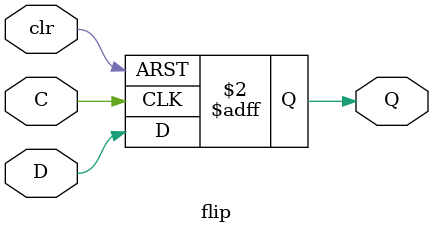
<source format=sv>
/* Synchronizes a pulse from insignal*/
module synchronizer 
(
    input logic insignal,   /* asynchronous pulse*/
    input logic clk,        /* clock which to align to*/
    output logic synced     /* synchronized pulse*/
);

    logic fdc1_q;
    logic flip0_q;
    logic flip1_q;

    flip flip0(.D(1'b1), .C(insignal), .clr(fdc1_q), .Q(flip0_q));
    flip flip1(.D(flip0_q), .C(clk), .clr(1'b0), .Q(flip1_q));
    flip flip2(.D(flip1_q), .C(clk), .clr(1'b0), .Q(synced));
    flip flip3(.D(synced), .C(~clk), .clr(1'b0), .Q(fdc1_q));
endmodule

module flip(input logic D, input logic C, input logic clr, output logic Q);
    always_ff @(posedge C, posedge clr) begin
        if(clr) Q <= 1'b0;
        else Q <= D;
    end
endmodule
</source>
